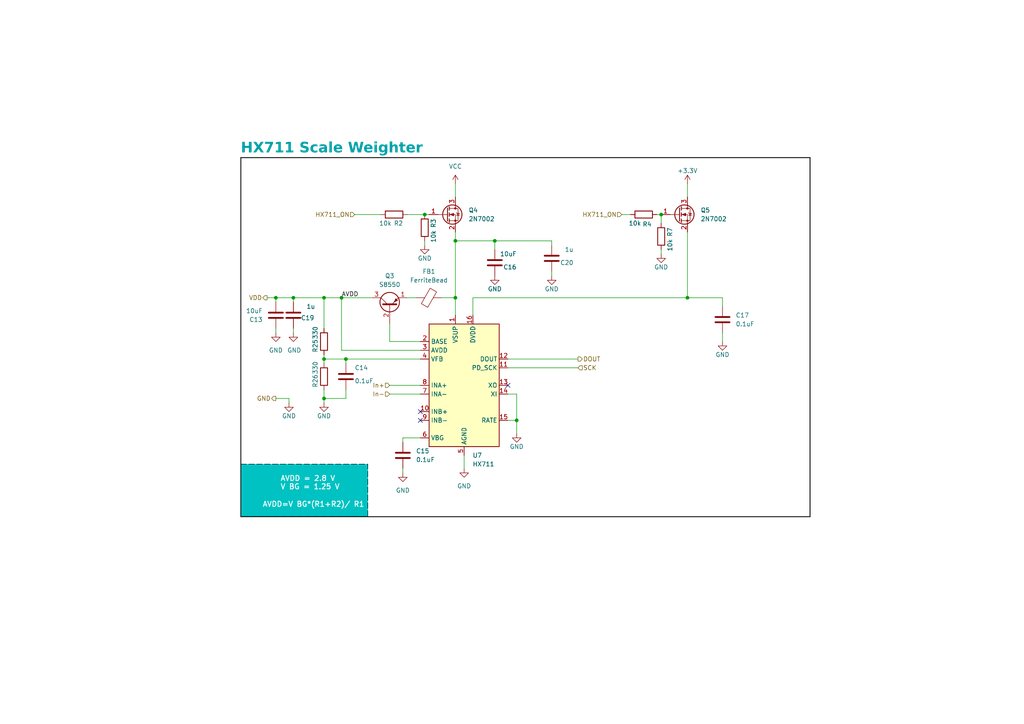
<source format=kicad_sch>
(kicad_sch (version 20231120) (generator "eeschema") (generator_version "8.0")
  (paper "A4")
  (title_block (title "Gas Weigther") (date "2024-08-26") (rev "1"))
  (lib_symbols
    (symbol "Analog_ADC:HX711"
      (property "Reference" "U" (at 5.08 21.59 0))
      (property "Value" "HX711" (at 7.62 19.05 0))
      (symbol "HX711_0_1"
        (rectangle (start -10.16 17.78) (end 10.16 -17.78) (stroke (width 0.254)) (fill (type background)))
      )
      (symbol "HX711_1_1"
        (pin power_in line (at -2.54 20.32 270) (length 2.54) (name "VSUP") (number "1"))
        (pin input line (at -12.7 -7.62 0) (length 2.54) (name "INB+") (number "10"))
        (pin input line (at 12.7 5.08 180) (length 2.54) (name "PD_SCK") (number "11"))
        (pin output line (at 12.7 7.62 180) (length 2.54) (name "DOUT") (number "12"))
        (pin passive line (at 12.7 0 180) (length 2.54) (name "XO") (number "13"))
        (pin passive line (at 12.7 -2.54 180) (length 2.54) (name "XI") (number "14"))
        (pin input line (at 12.7 -10.16 180) (length 2.54) (name "RATE") (number "15"))
        (pin power_in line (at 2.54 20.32 270) (length 2.54) (name "DVDD") (number "16"))
        (pin passive line (at -12.7 12.7 0) (length 2.54) (name "BASE") (number "2"))
        (pin power_in line (at -12.7 10.16 0) (length 2.54) (name "AVDD") (number "3"))
        (pin input line (at -12.7 7.62 0) (length 2.54) (name "VFB") (number "4"))
        (pin power_in line (at 0 -20.32 90) (length 2.54) (name "AGND") (number "5"))
        (pin passive line (at -12.7 -15.24 0) (length 2.54) (name "VBG") (number "6"))
        (pin input line (at -12.7 -2.54 0) (length 2.54) (name "INA-") (number "7"))
        (pin input line (at -12.7 0 0) (length 2.54) (name "INA+") (number "8"))
        (pin input line (at -12.7 -10.16 0) (length 2.54) (name "INB-") (number "9"))
      )
    )
    (symbol "Device:C" (pin_numbers hide) (pin_names (offset 0.254))
      (property "Reference" "C" (at 0.635 2.54 0))
      (property "Value" "C" (at 0.635 -2.54 0))
      (symbol "C_0_1"
        (polyline (pts (xy -2.032 -0.762) (xy 2.032 -0.762)) (stroke (width 0.508)))
        (polyline (pts (xy -2.032 0.762) (xy 2.032 0.762)) (stroke (width 0.508)))
      )
      (symbol "C_1_1"
        (pin passive line (at 0 3.81 270) (length 2.794) (name "~") (number "1"))
        (pin passive line (at 0 -3.81 90) (length 2.794) (name "~") (number "2"))
      )
    )
    (symbol "Device:FerriteBead" (pin_numbers hide) (pin_names (offset 0))
      (property "Reference" "FB" (at -3.81 0.635 90))
      (property "Value" "FerriteBead" (at 3.81 0 90))
      (symbol "FerriteBead_0_1"
        (polyline (pts (xy 0 -1.27) (xy 0 -1.2192)))
        (polyline (pts (xy 0 1.27) (xy 0 1.2954)))
        (polyline (pts (xy -2.7686 0.4064) (xy -1.7018 2.2606) (xy 2.7686 -0.3048) (xy 1.6764 -2.159) (xy -2.7686 0.4064)))
      )
      (symbol "FerriteBead_1_1"
        (pin passive line (at 0 3.81 270) (length 2.54) (name "~") (number "1"))
        (pin passive line (at 0 -3.81 90) (length 2.54) (name "~") (number "2"))
      )
    )
    (symbol "Device:R" (pin_numbers hide) (pin_names (offset 0))
      (property "Reference" "R" (at 2.032 0 90))
      (property "Value" "R" (at 0 0 90))
      (symbol "R_0_1"
        (rectangle (start -1.016 -2.54) (end 1.016 2.54) (stroke (width 0.254)))
      )
      (symbol "R_1_1"
        (pin passive line (at 0 3.81 270) (length 1.27) (name "~") (number "1"))
        (pin passive line (at 0 -3.81 90) (length 1.27) (name "~") (number "2"))
      )
    )
    (symbol "Transistor_BJT:S8550" (pin_names (offset 0) hide)
      (property "Reference" "Q" (at 5.08 1.905 0))
      (property "Value" "S8550" (at 5.08 0 0))
      (symbol "S8550_0_1"
        (polyline (pts (xy 0 0) (xy 0.635 0)))
        (polyline (pts (xy 2.54 -2.54) (xy 0.635 -0.635)))
        (polyline (pts (xy 2.54 2.54) (xy 0.635 0.635)))
        (polyline (pts (xy 0.635 1.905) (xy 0.635 -1.905) (xy 0.635 -1.905)) (stroke (width 0.508)) (fill (type outline)))
        (polyline (pts (xy 1.778 -2.286) (xy 2.286 -1.778) (xy 1.27 -1.27) (xy 1.778 -2.286) (xy 1.778 -2.286)) (fill (type outline)))
        (circle (center 1.27 0) (radius 2.8194) (stroke (width 0.254)))
      )
      (symbol "S8550_1_1"
        (pin passive line (at 2.54 -5.08 90) (length 2.54) (name "E") (number "1"))
        (pin input line (at -5.08 0 0) (length 5.08) (name "B") (number "2"))
        (pin passive line (at 2.54 5.08 270) (length 2.54) (name "C") (number "3"))
      )
    )
    (symbol "Transistor_FET:2N7002" (pin_names hide)
      (property "Reference" "Q" (at 5.08 1.905 0))
      (property "Value" "2N7002" (at 5.08 0 0))
      (symbol "2N7002_0_1"
        (polyline (pts (xy 0.254 0) (xy -2.54 0)))
        (polyline (pts (xy 0.254 1.905) (xy 0.254 -1.905)) (stroke (width 0.254)))
        (polyline (pts (xy 0.762 -1.27) (xy 0.762 -2.286)) (stroke (width 0.254)))
        (polyline (pts (xy 0.762 0.508) (xy 0.762 -0.508)) (stroke (width 0.254)))
        (polyline (pts (xy 0.762 2.286) (xy 0.762 1.27)) (stroke (width 0.254)))
        (polyline (pts (xy 2.54 2.54) (xy 2.54 1.778)))
        (polyline (pts (xy 2.54 -2.54) (xy 2.54 0) (xy 0.762 0)))
        (polyline (pts (xy 0.762 -1.778) (xy 3.302 -1.778) (xy 3.302 1.778) (xy 0.762 1.778)))
        (polyline (pts (xy 1.016 0) (xy 2.032 0.381) (xy 2.032 -0.381) (xy 1.016 0)) (fill (type outline)))
        (polyline (pts (xy 2.794 0.508) (xy 2.921 0.381) (xy 3.683 0.381) (xy 3.81 0.254)))
        (polyline (pts (xy 3.302 0.381) (xy 2.921 -0.254) (xy 3.683 -0.254) (xy 3.302 0.381)))
        (circle (center 1.651 0) (radius 2.794) (stroke (width 0.254)))
        (circle (center 2.54 -1.778) (radius 0.254) (fill (type outline)))
        (circle (center 2.54 1.778) (radius 0.254) (fill (type outline)))
      )
      (symbol "2N7002_1_1"
        (pin input line (at -5.08 0 0) (length 2.54) (name "G") (number "1"))
        (pin passive line (at 2.54 -5.08 90) (length 2.54) (name "S") (number "2"))
        (pin passive line (at 2.54 5.08 270) (length 2.54) (name "D") (number "3"))
      )
    )
    (symbol "power:+3.3V" (power) (pin_names (offset 0))
      (property "Value" "+3.3V" (at 0 3.556 0))
      (symbol "+3.3V_0_1"
        (polyline (pts (xy -0.762 1.27) (xy 0 2.54)))
        (polyline (pts (xy 0 0) (xy 0 2.54)))
        (polyline (pts (xy 0 2.54) (xy 0.762 1.27)))
      )
      (symbol "+3.3V_1_1"
        (pin power_in line (at 0 0 90) (length 0) hide (name "+3.3V") (number "1"))
      )
    )
    (symbol "power:GND" (power) (pin_names (offset 0))
      (property "Value" "GND" (at 0 -3.81 0))
      (symbol "GND_0_1"
        (polyline (pts (xy 0 0) (xy 0 -1.27) (xy 1.27 -1.27) (xy 0 -2.54) (xy -1.27 -1.27) (xy 0 -1.27)))
      )
      (symbol "GND_1_1"
        (pin power_in line (at 0 0 270) (length 0) hide (name "GND") (number "1"))
      )
    )
    (symbol "power:VCC" (power) (pin_names (offset 0))
      (property "Value" "VCC" (at 0 3.81 0))
      (symbol "VCC_0_1"
        (polyline (pts (xy -0.762 1.27) (xy 0 2.54)))
        (polyline (pts (xy 0 0) (xy 0 2.54)))
        (polyline (pts (xy 0 2.54) (xy 0.762 1.27)))
      )
      (symbol "VCC_1_1"
        (pin power_in line (at 0 0 90) (length 0) hide (name "VCC") (number "1"))
      )
    )
  )
  (junction (at 132.08 86.36))
  (junction (at 99.06 86.36))
  (junction (at 143.51 69.85))
  (junction (at 123.19 62.23))
  (junction (at 93.98 104.14))
  (junction (at 132.08 69.85))
  (junction (at 191.77 62.23))
  (junction (at 149.86 121.92))
  (junction (at 93.98 115.57))
  (junction (at 93.98 86.36))
  (junction (at 100.33 104.14))
  (junction (at 199.39 86.36))
  (junction (at 85.09 86.36))
  (junction (at 80.01 86.36))
  (no_connect (at 121.92 119.38))
  (no_connect (at 147.32 111.76))
  (no_connect (at 121.92 121.92))
  (wire (pts (xy 83.82 116.84) (xy 83.82 115.57)))
  (wire (pts (xy 121.92 99.06) (xy 113.03 99.06)))
  (wire (pts (xy 132.08 53.34) (xy 132.08 57.15)))
  (wire (pts (xy 93.98 104.14) (xy 93.98 105.41)))
  (wire (pts (xy 85.09 87.63) (xy 85.09 86.36)))
  (wire (pts (xy 147.32 106.68) (xy 167.64 106.68)))
  (wire (pts (xy 113.03 99.06) (xy 113.03 93.98)))
  (wire (pts (xy 137.16 86.36) (xy 199.39 86.36)))
  (wire (pts (xy 160.02 69.85) (xy 143.51 69.85)))
  (wire (pts (xy 100.33 115.57) (xy 93.98 115.57)))
  (polyline (pts (xy 69.85 45.72) (xy 69.85 149.86)) (stroke (width 0.25) (type solid) (color 0 0 0 1)))
  (wire (pts (xy 85.09 86.36) (xy 93.98 86.36)))
  (wire (pts (xy 190.5 62.23) (xy 191.77 62.23)))
  (wire (pts (xy 93.98 86.36) (xy 99.06 86.36)))
  (wire (pts (xy 93.98 104.14) (xy 100.33 104.14)))
  (wire (pts (xy 209.55 96.52) (xy 209.55 99.06)))
  (polyline (pts (xy 234.95 149.86) (xy 69.85 149.86)) (stroke (width 0.25) (type solid) (color 0 0 0 1)))
  (wire (pts (xy 116.84 135.89) (xy 116.84 137.16)))
  (wire (pts (xy 99.06 101.6) (xy 99.06 86.36)))
  (wire (pts (xy 113.03 114.3) (xy 121.92 114.3)))
  (wire (pts (xy 160.02 69.85) (xy 160.02 71.12)))
  (wire (pts (xy 147.32 104.14) (xy 167.64 104.14)))
  (wire (pts (xy 123.19 69.85) (xy 123.19 71.12)))
  (wire (pts (xy 93.98 115.57) (xy 93.98 113.03)))
  (wire (pts (xy 80.01 86.36) (xy 85.09 86.36)))
  (wire (pts (xy 132.08 69.85) (xy 132.08 86.36)))
  (wire (pts (xy 180.34 62.23) (xy 182.88 62.23)))
  (wire (pts (xy 80.01 115.57) (xy 83.82 115.57)))
  (wire (pts (xy 116.84 128.27) (xy 116.84 127)))
  (wire (pts (xy 134.62 132.08) (xy 134.62 135.89)))
  (wire (pts (xy 147.32 121.92) (xy 149.86 121.92)))
  (wire (pts (xy 93.98 86.36) (xy 93.98 95.25)))
  (wire (pts (xy 149.86 114.3) (xy 147.32 114.3)))
  (wire (pts (xy 100.33 104.14) (xy 100.33 105.41)))
  (wire (pts (xy 100.33 104.14) (xy 121.92 104.14)))
  (wire (pts (xy 100.33 113.03) (xy 100.33 115.57)))
  (wire (pts (xy 137.16 86.36) (xy 137.16 91.44)))
  (wire (pts (xy 113.03 111.76) (xy 121.92 111.76)))
  (wire (pts (xy 132.08 67.31) (xy 132.08 69.85)))
  (wire (pts (xy 116.84 127) (xy 121.92 127)))
  (polyline (pts (xy 69.85 45.72) (xy 234.95 45.72)) (stroke (width 0.25) (type solid) (color 0 0 0 1)))
  (wire (pts (xy 132.08 91.44) (xy 132.08 86.36)))
  (wire (pts (xy 160.02 78.74) (xy 160.02 80.01)))
  (wire (pts (xy 191.77 64.77) (xy 191.77 62.23)))
  (wire (pts (xy 85.09 95.25) (xy 85.09 96.52)))
  (wire (pts (xy 99.06 86.36) (xy 107.95 86.36)))
  (wire (pts (xy 149.86 121.92) (xy 149.86 125.73)))
  (wire (pts (xy 80.01 86.36) (xy 80.01 87.63)))
  (wire (pts (xy 120.65 86.36) (xy 118.11 86.36)))
  (wire (pts (xy 191.77 72.39) (xy 191.77 73.66)))
  (wire (pts (xy 209.55 88.9) (xy 209.55 86.36)))
  (wire (pts (xy 132.08 69.85) (xy 143.51 69.85)))
  (wire (pts (xy 118.11 62.23) (xy 123.19 62.23)))
  (wire (pts (xy 149.86 114.3) (xy 149.86 121.92)))
  (wire (pts (xy 93.98 102.87) (xy 93.98 104.14)))
  (wire (pts (xy 199.39 86.36) (xy 209.55 86.36)))
  (wire (pts (xy 77.47 86.36) (xy 80.01 86.36)))
  (wire (pts (xy 80.01 95.25) (xy 80.01 96.52)))
  (polyline (pts (xy 234.95 45.72) (xy 234.95 149.86)) (stroke (width 0.25) (type solid) (color 0 0 0 1)))
  (wire (pts (xy 99.06 101.6) (xy 121.92 101.6)))
  (wire (pts (xy 132.08 86.36) (xy 128.27 86.36)))
  (wire (pts (xy 199.39 53.34) (xy 199.39 57.15)))
  (wire (pts (xy 102.87 62.23) (xy 110.49 62.23)))
  (wire (pts (xy 199.39 67.31) (xy 199.39 86.36)))
  (wire (pts (xy 143.51 69.85) (xy 143.51 72.39)))
  (wire (pts (xy 93.98 116.84) (xy 93.98 115.57)))
  (wire (pts (xy 123.19 62.23) (xy 124.46 62.23)))
  (rectangle (start 69.85 134.62) (end 106.68 149.86) (stroke (width 0) (type dash) (color 0 0 0 1)) (fill (type color) (color 0 194 194 1)))
  (text " AVDD=V BG*(R1+R2)/ R1" (at 74.93 147.32 0) (effects (font (size 1.5 1.5) (thickness 0.2508) (bold yes)) (justify left bottom)))
  (text "HX711 Scale Weighter" (at 69.85 45.72 0) (effects (font (size 3 3) (thickness 0.6) (bold yes)) (justify left bottom)))
  (text "AVDD = 2.8 V\nV BG = 1.25 V" (at 81.28 142.24 0) (effects (font (size 1.5 1.5) (thickness 0.2508) (bold yes)) (justify left bottom)))
  (label "AVDD" (at 99.06 86.36 0))
  (hierarchical_label "VDD" (shape output) (at 77.47 86.36 180))
  (hierarchical_label "HX711_ON" (shape input) (at 180.34 62.23 180))
  (hierarchical_label "In-" (shape input) (at 113.03 114.3 180))
  (hierarchical_label "In+" (shape input) (at 113.03 111.76 180))
  (hierarchical_label "HX711_ON" (shape input) (at 102.87 62.23 180))
  (hierarchical_label "SCK" (shape input) (at 167.64 106.68 0))
  (hierarchical_label "DOUT" (shape output) (at 167.64 104.14 0))
  (hierarchical_label "GND" (shape output) (at 80.01 115.57 180))
  (symbol (lib_id "Device:FerriteBead") (at 124.46 86.36 90) (unit 1)
    (property "Reference" "FB1" (at 124.4092 78.74 90))
    (property "Value" "FerriteBead" (at 124.4092 81.28 90))
    (property "Footprint" "Inductor_SMD:L_0805_2012Metric" (effects (hide yes)))
    (property "Description" "Ferrite bead" (effects (hide yes)))
  )
  (symbol (lib_id "power:GND") (at 160.02 80.01 0) (unit 1)
    (property "Reference" "#PWR033" (effects (hide yes)))
    (property "Value" "GND" (at 160.02 83.82 0))
  )
  (symbol (lib_id "power:GND") (at 149.86 125.73 0) (unit 1)
    (property "Reference" "#PWR07" (effects (hide yes)))
    (property "Value" "GND" (at 149.86 129.54 0))
  )
  (symbol (lib_id "power:GND") (at 134.62 135.89 0) (unit 1)
    (property "Reference" "#PWR05" (effects (hide yes)))
    (property "Value" "GND" (at 134.62 140.97 0))
  )
  (symbol (lib_id "Device:C") (at 160.02 74.93 180) (unit 1)
    (property "Reference" "C20" (at 166.37 76.2 0) (effects (justify left)))
    (property "Value" "1u" (at 166.37 72.39 0) (effects (justify left)))
    (property "Footprint" "Capacitor_SMD:C_0805_2012Metric" (effects (hide yes)))
  )
  (symbol (lib_id "Device:C") (at 209.55 92.71 0) (unit 1)
    (property "Reference" "C17" (at 213.36 91.4399 0) (effects (justify left)))
    (property "Value" "0.1uF" (at 213.36 93.9799 0) (effects (justify left)))
    (property "Footprint" "Capacitor_SMD:C_0805_2012Metric" (effects (hide yes)))
    (instances (project "GasWeighter" (path "" (reference "C17") (unit 1))) (project "Arbolito" (path "" (reference "C4") (unit 1))))
  )
  (symbol (lib_id "Device:C") (at 116.84 132.08 0) (unit 1)
    (property "Reference" "C15" (at 120.65 130.8099 0) (effects (justify left)))
    (property "Value" "0.1uF" (at 120.65 133.3499 0) (effects (justify left)))
    (property "Footprint" "Capacitor_SMD:C_0805_2012Metric" (effects (hide yes)))
    (instances (project "GasWeighter" (path "" (reference "C15") (unit 1))) (project "Arbolito" (path "" (reference "C4") (unit 1))))
  )
  (symbol (lib_id "Device:R") (at 186.69 62.23 270) (unit 1)
    (property "Reference" "R4" (at 187.706 65.024 90))
    (property "Value" "10k" (at 184.15 64.77 90))
    (property "Footprint" "Resistor_SMD:R_0805_2012Metric_Pad1.20x1.40mm_HandSolder" (effects (hide yes)))
  )
  (symbol (lib_id "Analog_ADC:HX711") (at 134.62 111.76 0) (unit 1)
    (property "Reference" "U7" (at 137.0456 132.08 0) (effects (justify left)))
    (property "Value" "HX711" (at 137.0456 134.62 0) (effects (justify left)))
    (property "Footprint" "Package_SO:SOP-16_3.9x9.9mm_P1.27mm" (effects (hide yes)))
    (property "Datasheet" "https://cdn.sparkfun.com/datasheets/Sensors/ForceFlex/hx711_english.pdf" (effects (hide yes)))
  )
  (symbol (lib_id "Device:R") (at 191.77 68.58 0) (unit 1)
    (property "Reference" "R7" (at 194.31 67.31 90))
    (property "Value" "10k" (at 194.31 71.12 90))
    (property "Footprint" "Resistor_SMD:R_0805_2012Metric_Pad1.20x1.40mm_HandSolder" (effects (hide yes)))
  )
  (symbol (lib_id "power:GND") (at 85.09 96.52 0) (unit 1)
    (property "Reference" "#PWR046" (effects (hide yes)))
    (property "Value" "GND" (at 85.344 101.6 0))
  )
  (symbol (lib_id "power:GND") (at 93.98 116.84 0) (unit 1)
    (property "Reference" "#PWR023" (effects (hide yes)))
    (property "Value" "GND" (at 93.98 120.65 0))
  )
  (symbol (lib_id "Transistor_BJT:S8550") (at 113.03 88.9 90) (unit 1)
    (property "Reference" "Q3" (at 113.03 80.01 90))
    (property "Value" "S8550" (at 113.03 82.55 90))
    (property "Footprint" "Package_TO_SOT_SMD:SOT-23" (effects (hide yes)))
    (property "Datasheet" "http://www.unisonic.com.tw/datasheet/S8550.pdf" (effects (hide yes)))
  )
  (symbol (lib_id "Device:R") (at 123.19 66.04 0) (unit 1)
    (property "Reference" "R3" (at 125.73 64.77 90))
    (property "Value" "10k" (at 125.73 68.58 90))
    (property "Footprint" "Resistor_SMD:R_0805_2012Metric_Pad1.20x1.40mm_HandSolder" (effects (hide yes)))
  )
  (symbol (lib_id "power:GND") (at 123.19 71.12 0) (unit 1)
    (property "Reference" "#PWR049" (effects (hide yes)))
    (property "Value" "GND" (at 123.19 74.93 0))
  )
  (symbol (lib_id "power:GND") (at 209.55 99.06 0) (unit 1)
    (property "Reference" "#PWR048" (effects (hide yes)))
    (property "Value" "GND" (at 209.55 102.87 0))
  )
  (symbol (lib_id "power:GND") (at 143.51 80.01 0) (unit 1)
    (property "Reference" "#PWR025" (effects (hide yes)))
    (property "Value" "GND" (at 143.51 83.82 0))
  )
  (symbol (lib_id "power:+3.3V") (at 199.39 53.34 0) (unit 1)
    (property "Reference" "#PWR028" (effects (hide yes)))
    (property "Value" "+3.3V" (at 199.39 49.53 0))
    (instances (project "GasWeighter" (path "" (reference "#PWR028") (unit 1))) (project "Arbolito" (path "" (reference "#PWR024") (unit 1))))
  )
  (symbol (lib_id "power:GND") (at 116.84 137.16 0) (unit 1)
    (property "Reference" "#PWR06" (effects (hide yes)))
    (property "Value" "GND" (at 116.84 142.24 0))
  )
  (symbol (lib_id "power:GND") (at 191.77 73.66 0) (unit 1)
    (property "Reference" "#PWR029" (effects (hide yes)))
    (property "Value" "GND" (at 191.77 77.47 0))
  )
  (symbol (lib_id "Device:C") (at 100.33 109.22 0) (unit 1)
    (property "Reference" "C14" (at 102.87 106.68 0) (effects (justify left)))
    (property "Value" "0.1uF" (at 102.87 110.49 0) (effects (justify left)))
    (property "Footprint" "Capacitor_SMD:C_0805_2012Metric" (effects (hide yes)))
    (instances (project "GasWeighter" (path "" (reference "C14") (unit 1))) (project "Arbolito" (path "" (reference "C4") (unit 1))))
  )
  (symbol (lib_id "Device:R") (at 93.98 109.22 180) (unit 1)
    (property "Reference" "R26" (at 91.44 110.49 90))
    (property "Value" "330" (at 91.44 106.68 90))
    (property "Footprint" "Resistor_SMD:R_0805_2012Metric_Pad1.20x1.40mm_HandSolder" (effects (hide yes)))
    (instances (project "GasWeighter" (path "" (reference "R26") (unit 1))) (project "Arbolito" (path "" (reference "R11") (unit 1))))
  )
  (symbol (lib_id "power:VCC") (at 132.08 53.34 0) (unit 1)
    (property "Reference" "#PWR010" (effects (hide yes)))
    (property "Value" "VCC" (at 132.08 48.26 0))
    (instances (project "GasWeighter" (path "" (reference "#PWR010") (unit 1))) (project "Arbolito" (path "" (reference "#PWR016") (unit 1))))
  )
  (symbol (lib_id "Device:R") (at 93.98 99.06 180) (unit 1)
    (property "Reference" "R25" (at 91.44 100.33 90))
    (property "Value" "330" (at 91.44 96.52 90))
    (property "Footprint" "Resistor_SMD:R_0805_2012Metric_Pad1.20x1.40mm_HandSolder" (effects (hide yes)))
    (instances (project "GasWeighter" (path "" (reference "R25") (unit 1))) (project "Arbolito" (path "" (reference "R11") (unit 1))))
  )
  (symbol (lib_id "power:GND") (at 80.01 96.52 0) (unit 1)
    (property "Reference" "#PWR011" (effects (hide yes)))
    (property "Value" "GND" (at 80.01 101.6 0))
  )
  (symbol (lib_id "Device:C") (at 85.09 91.44 180) (unit 1)
    (property "Reference" "C19" (at 91.186 92.202 0) (effects (justify left)))
    (property "Value" "1u" (at 91.44 88.9 0) (effects (justify left)))
    (property "Footprint" "Capacitor_SMD:C_0805_2012Metric" (effects (hide yes)))
  )
  (symbol (lib_id "Device:R") (at 114.3 62.23 270) (unit 1)
    (property "Reference" "R2" (at 115.57 64.77 90))
    (property "Value" "10k" (at 111.76 64.77 90))
    (property "Footprint" "Resistor_SMD:R_0805_2012Metric_Pad1.20x1.40mm_HandSolder" (effects (hide yes)))
  )
  (symbol (lib_id "power:GND") (at 83.82 116.84 0) (unit 1)
    (property "Reference" "#PWR065" (effects (hide yes)))
    (property "Value" "GND" (at 83.82 120.65 0))
  )
  (symbol (lib_id "Device:C") (at 143.51 76.2 180) (unit 1)
    (property "Reference" "C16" (at 149.86 77.47 0) (effects (justify left)))
    (property "Value" "10uF" (at 149.86 73.66 0) (effects (justify left)))
    (property "Footprint" "Capacitor_SMD:C_0805_2012Metric" (effects (hide yes)))
  )
  (symbol (lib_id "Device:C") (at 80.01 91.44 180) (unit 1)
    (property "Reference" "C13" (at 76.2 92.7101 0) (effects (justify left)))
    (property "Value" "10uF" (at 76.2 90.1701 0) (effects (justify left)))
    (property "Footprint" "Capacitor_SMD:C_0805_2012Metric" (effects (hide yes)))
    (instances (project "GasWeighter" (path "" (reference "C13") (unit 1))) (project "Arbolito" (path "" (reference "C8") (unit 1))))
  )
  (symbol (lib_id "Transistor_FET:2N7002") (at 129.54 62.23 0) (unit 1)
    (property "Reference" "Q4" (at 135.89 60.9599 0) (effects (justify left)))
    (property "Value" "2N7002" (at 135.89 63.4999 0) (effects (justify left)))
    (property "Footprint" "Package_TO_SOT_SMD:SOT-23" (effects (hide yes)))
    (property "Datasheet" "https://www.onsemi.com/pub/Collateral/NDS7002A-D.PDF" (effects (hide yes)))
    (property "Description" "0.115A Id, 60V Vds, N-Channel MOSFET, SOT-23" (effects (hide yes)))
  )
  (symbol (lib_id "Transistor_FET:2N7002") (at 196.85 62.23 0) (unit 1)
    (property "Reference" "Q5" (at 203.2 60.9599 0) (effects (justify left)))
    (property "Value" "2N7002" (at 203.2 63.4999 0) (effects (justify left)))
    (property "Footprint" "Package_TO_SOT_SMD:SOT-23" (effects (hide yes)))
    (property "Datasheet" "https://www.onsemi.com/pub/Collateral/NDS7002A-D.PDF" (effects (hide yes)))
    (property "Description" "0.115A Id, 60V Vds, N-Channel MOSFET, SOT-23" (effects (hide yes)))
  )
)
</source>
